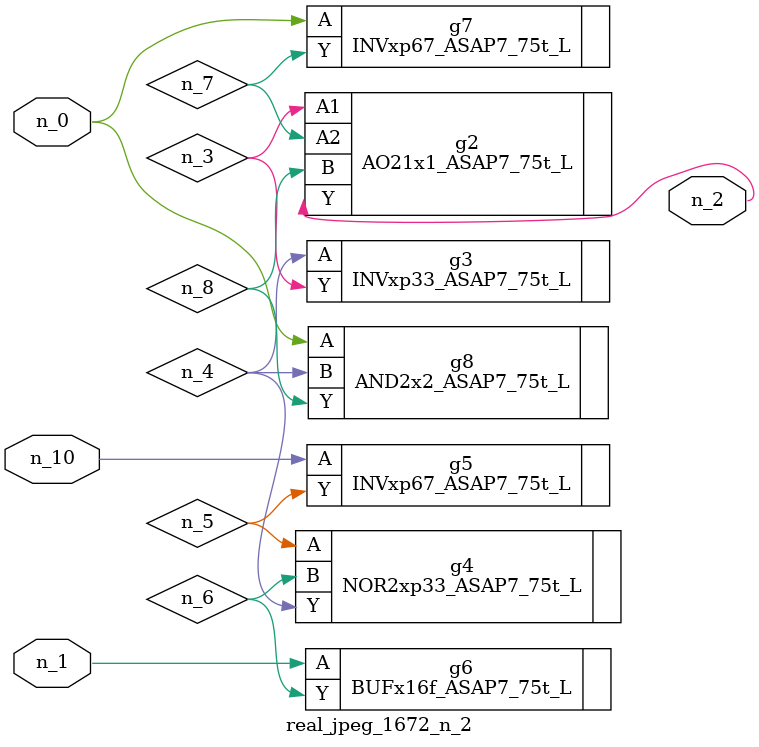
<source format=v>
module real_jpeg_1672_n_2 (n_1, n_10, n_0, n_2);

input n_1;
input n_10;
input n_0;

output n_2;

wire n_5;
wire n_4;
wire n_8;
wire n_6;
wire n_7;
wire n_3;

INVxp67_ASAP7_75t_L g7 ( 
.A(n_0),
.Y(n_7)
);

AND2x2_ASAP7_75t_L g8 ( 
.A(n_0),
.B(n_4),
.Y(n_8)
);

BUFx16f_ASAP7_75t_L g6 ( 
.A(n_1),
.Y(n_6)
);

AO21x1_ASAP7_75t_L g2 ( 
.A1(n_3),
.A2(n_7),
.B(n_8),
.Y(n_2)
);

INVxp33_ASAP7_75t_L g3 ( 
.A(n_4),
.Y(n_3)
);

NOR2xp33_ASAP7_75t_L g4 ( 
.A(n_5),
.B(n_6),
.Y(n_4)
);

INVxp67_ASAP7_75t_L g5 ( 
.A(n_10),
.Y(n_5)
);


endmodule
</source>
